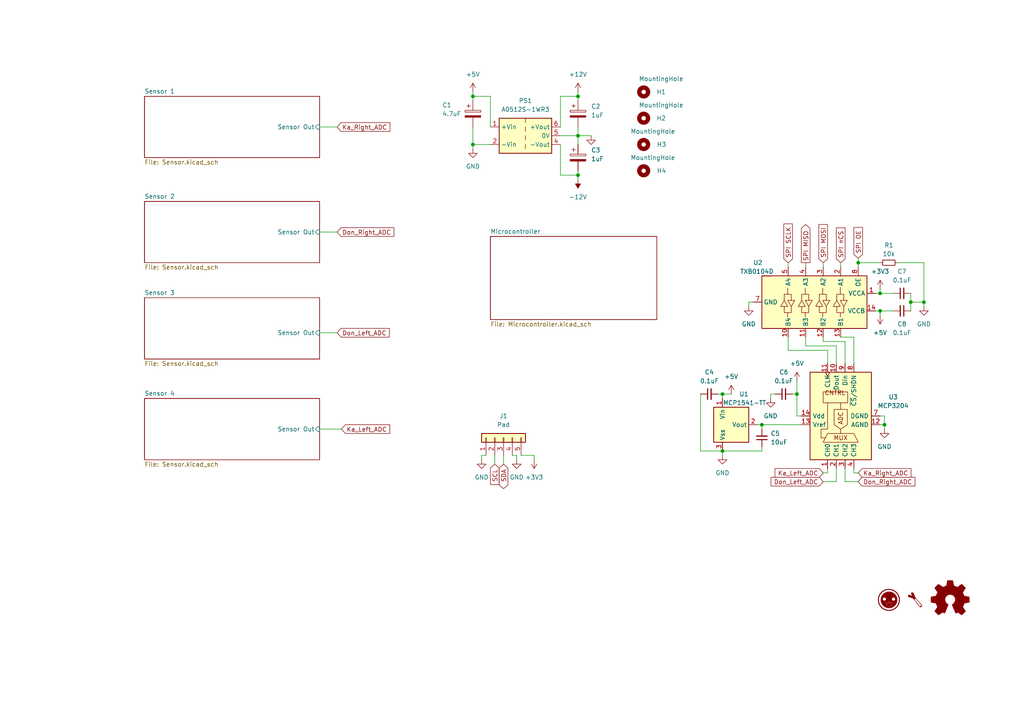
<source format=kicad_sch>
(kicad_sch (version 20231120) (generator "eeschema") (generator_version "8.0")
  (paper "A4")
  (title_block (title "DonCon2040_SMD") (date "2023-07-27") (rev "5_SMD") (company "ravinrabbid/amgibson913"))
  (lib_symbols
    (symbol "Analog_ADC:MCP3204" (pin_names (offset 0.762))
      (property "Reference" "U" (at -5.08 10.795 0))
      (property "Value" "MCP3204" (at -5.08 8.89 0))
      (symbol "MCP3204_0_0"
        (text "ADC" (at -0.635 -1.27 0) (effects (font (size 1.27 1.27))))
        (text "CNTRL" (at 5.969 -2.667 900) (effects (font (size 1.27 1.27)) (justify left bottom)))
        (text "MUX" (at -6.35 -1.27 900) (effects (font (size 1.27 1.27))))
      )
      (symbol "MCP3204_1_1"
        (pin input line (at -15.24 2.54 0) (length 2.54) (name "CH0") (number "1"))
        (pin output line (at 15.24 0 180) (length 2.54) (name "Dout") (number "10"))
        (pin input clock (at 15.24 2.54 180) (length 2.54) (name "CLK") (number "11"))
        (pin power_in line (at -2.54 -12.7 90) (length 2.54) (name "AGND") (number "12"))
        (pin power_in line (at -2.54 10.16 270) (length 2.54) (name "Vref") (number "13"))
        (pin power_in line (at 0 10.16 270) (length 2.54) (name "Vdd") (number "14"))
        (pin input line (at -15.24 0 0) (length 2.54) (name "CH1") (number "2"))
        (pin input line (at -15.24 -2.54 0) (length 2.54) (name "CH2") (number "3"))
        (pin input line (at -15.24 -5.08 0) (length 2.54) (name "CH3") (number "4"))
        (pin no_connect line (at -10.16 -10.16 90) (length 2.54) hide (name "NC") (number "5"))
        (pin no_connect line (at -7.62 -10.16 90) (length 2.54) hide (name "NC") (number "6"))
        (pin power_in line (at 0 -12.7 90) (length 2.54) (name "DGND") (number "7"))
        (pin input line (at 15.24 -5.08 180) (length 2.54) (name "~{CS}/SHDN") (number "8"))
        (pin input line (at 15.24 -2.54 180) (length 2.54) (name "Din") (number "9"))
      )
    )
    (symbol "Connector_Generic:Conn_01x05" (pin_names (offset 1.016) hide)
      (property "Reference" "J" (at 0 7.62 0))
      (property "Value" "Conn_01x05" (at 0 -7.62 0))
      (symbol "Conn_01x05_1_1"
        (pin passive line (at -5.08 5.08 0) (length 3.81) (name "Pin_1") (number "1"))
        (pin passive line (at -5.08 2.54 0) (length 3.81) (name "Pin_2") (number "2"))
        (pin passive line (at -5.08 0 0) (length 3.81) (name "Pin_3") (number "3"))
        (pin passive line (at -5.08 -2.54 0) (length 3.81) (name "Pin_4") (number "4"))
        (pin passive line (at -5.08 -5.08 0) (length 3.81) (name "Pin_5") (number "5"))
      )
    )
    (symbol "Converter_DCDC:IA0512S"
      (property "Reference" "PS" (at -7.62 6.35 0))
      (property "Value" "IA0512S" (at 1.27 6.35 0))
      (symbol "IA0512S_0_0"
        (pin power_in line (at -10.16 2.54 0) (length 2.54) (name "+Vin") (number "1"))
        (pin power_in line (at -10.16 -2.54 0) (length 2.54) (name "-Vin") (number "2"))
        (pin power_out line (at 10.16 -2.54 180) (length 2.54) (name "-Vout") (number "4"))
        (pin power_out line (at 10.16 0 180) (length 2.54) (name "0V") (number "5"))
        (pin power_out line (at 10.16 2.54 180) (length 2.54) (name "+Vout") (number "6"))
      )
    )
    (symbol "CustomLogos:Donchan" (pin_names (offset 1.016)) (in_bom no) (on_board no))
    (symbol "CustomLogos:Leek" (pin_names (offset 1.016)) (in_bom no) (on_board no))
    (symbol "Device:C_Polarized" (pin_numbers hide) (pin_names (offset 0.254))
      (property "Reference" "C" (at 0.635 2.54 0))
      (property "Value" "C_Polarized" (at 0.635 -2.54 0))
      (symbol "C_Polarized_1_1"
        (pin passive line (at 0 3.81 270) (length 2.794) (name "~") (number "1"))
        (pin passive line (at 0 -3.81 90) (length 2.794) (name "~") (number "2"))
      )
    )
    (symbol "Device:C_Small" (pin_numbers hide) (pin_names (offset 0.254) hide)
      (property "Reference" "C" (at 0.254 1.778 0))
      (property "Value" "C_Small" (at 0.254 -2.032 0))
      (symbol "C_Small_1_1"
        (pin passive line (at 0 2.54 270) (length 2.032) (name "~") (number "1"))
        (pin passive line (at 0 -2.54 90) (length 2.032) (name "~") (number "2"))
      )
    )
    (symbol "Device:R_Small" (pin_numbers hide) (pin_names (offset 0.254) hide)
      (property "Reference" "R" (at 0.762 0.508 0))
      (property "Value" "R_Small" (at 0.762 -1.016 0))
      (symbol "R_Small_1_1"
        (pin passive line (at 0 2.54 270) (length 0.762) (name "~") (number "1"))
        (pin passive line (at 0 -2.54 90) (length 0.762) (name "~") (number "2"))
      )
    )
    (symbol "Graphic:Logo_Open_Hardware_Small" (in_bom no) (on_board no))
    (symbol "Logic_LevelTranslator:TXB0104D"
      (property "Reference" "U" (at -6.35 16.51 0))
      (property "Value" "TXB0104D" (at 3.81 16.51 0))
      (symbol "TXB0104D_1_1"
        (pin power_in line (at -2.54 17.78 270) (length 2.54) (name "VCCA") (number "1"))
        (pin bidirectional line (at 10.16 -7.62 180) (length 2.54) (name "B4") (number "10"))
        (pin bidirectional line (at 10.16 -2.54 180) (length 2.54) (name "B3") (number "11"))
        (pin bidirectional line (at 10.16 2.54 180) (length 2.54) (name "B2") (number "12"))
        (pin bidirectional line (at 10.16 7.62 180) (length 2.54) (name "B1") (number "13"))
        (pin power_in line (at 2.54 17.78 270) (length 2.54) (name "VCCB") (number "14"))
        (pin bidirectional line (at -10.16 7.62 0) (length 2.54) (name "A1") (number "2"))
        (pin bidirectional line (at -10.16 2.54 0) (length 2.54) (name "A2") (number "3"))
        (pin bidirectional line (at -10.16 -2.54 0) (length 2.54) (name "A3") (number "4"))
        (pin bidirectional line (at -10.16 -7.62 0) (length 2.54) (name "A4") (number "5"))
        (pin no_connect line (at -7.62 -12.7 0) (length 2.54) hide (name "NC") (number "6"))
        (pin power_in line (at 0 -17.78 90) (length 2.54) (name "GND") (number "7"))
        (pin input line (at -10.16 12.7 0) (length 2.54) (name "OE") (number "8"))
        (pin no_connect line (at 7.62 -12.7 180) (length 2.54) hide (name "NC") (number "9"))
      )
    )
    (symbol "Mechanical:MountingHole" (pin_names (offset 1.016)) (exclude_from_sim yes) (in_bom no)
      (property "Reference" "H" (at 0 5.08 0))
      (property "Value" "MountingHole" (at 0 3.175 0))
    )
    (symbol "Reference_Voltage:MCP1541-TT"
      (property "Reference" "U" (at 1.27 8.255 0))
      (property "Value" "MCP1541-TT" (at 1.27 6.35 0))
      (symbol "MCP1541-TT_1_1"
        (pin power_in line (at 0 7.62 270) (length 2.54) (name "Vin") (number "1"))
        (pin power_out line (at 10.16 0 180) (length 2.54) (name "Vout") (number "2"))
        (pin power_in line (at 0 -7.62 90) (length 2.54) (name "Vss") (number "3"))
      )
    )
    (symbol "power:+12V" (power) (pin_names (offset 0))
      (property "Value" "+12V" (at 0 3.556 0))
      (symbol "+12V_1_1"
        (pin power_in line (at 0 0 90) (length 0) hide (name "+12V") (number "1"))
      )
    )
    (symbol "power:+3V3" (power) (pin_names (offset 0))
      (property "Value" "+3V3" (at 0 3.556 0))
      (symbol "+3V3_1_1"
        (pin power_in line (at 0 0 90) (length 0) hide (name "+3V3") (number "1"))
      )
    )
    (symbol "power:+5V" (power) (pin_names (offset 0))
      (property "Value" "+5V" (at 0 3.556 0))
      (symbol "+5V_1_1"
        (pin power_in line (at 0 0 90) (length 0) hide (name "+5V") (number "1"))
      )
    )
    (symbol "power:-12V" (power) (pin_names (offset 0))
      (property "Value" "-12V" (at 0 3.81 0))
      (symbol "-12V_0_0"
        (pin power_in line (at 0 0 90) (length 0) hide (name "-12V") (number "1"))
      )
    )
    (symbol "power:GND" (power) (pin_names (offset 0))
      (property "Value" "GND" (at 0 -3.81 0))
      (symbol "GND_1_1"
        (pin power_in line (at 0 0 270) (length 0) hide (name "GND") (number "1"))
      )
    )
  )
  (junction (at 209.55 130.81))
  (junction (at 167.64 50.8))
  (junction (at 256.54 123.19))
  (junction (at 255.27 90.17))
  (junction (at 137.16 41.91))
  (junction (at 264.16 87.63))
  (junction (at 255.27 85.09))
  (junction (at 167.64 39.37))
  (junction (at 248.92 76.2))
  (junction (at 137.16 27.94))
  (junction (at 267.97 87.63))
  (junction (at 209.55 114.3))
  (junction (at 220.98 123.19))
  (junction (at 167.64 27.94))
  (junction (at 231.14 114.3))
  (wire (pts (xy 254 85.09) (xy 255.27 85.09)))
  (wire (pts (xy 162.56 39.37) (xy 167.64 39.37)))
  (wire (pts (xy 238.76 139.7) (xy 242.57 139.7)))
  (wire (pts (xy 245.11 99.06) (xy 245.11 105.41)))
  (wire (pts (xy 224.79 114.3) (xy 223.52 114.3)))
  (wire (pts (xy 254 90.17) (xy 255.27 90.17)))
  (wire (pts (xy 167.64 27.94) (xy 167.64 29.21)))
  (wire (pts (xy 231.14 114.3) (xy 231.14 120.65)))
  (wire (pts (xy 243.84 97.79) (xy 247.65 97.79)))
  (wire (pts (xy 162.56 41.91) (xy 162.56 50.8)))
  (wire (pts (xy 264.16 87.63) (xy 264.16 90.17)))
  (wire (pts (xy 162.56 27.94) (xy 167.64 27.94)))
  (wire (pts (xy 167.64 39.37) (xy 171.45 39.37)))
  (wire (pts (xy 209.55 114.3) (xy 209.55 115.57)))
  (wire (pts (xy 137.16 26.67) (xy 137.16 27.94)))
  (wire (pts (xy 137.16 27.94) (xy 142.24 27.94)))
  (wire (pts (xy 248.92 74.93) (xy 248.92 76.2)))
  (wire (pts (xy 143.51 132.08) (xy 143.51 134.62)))
  (wire (pts (xy 209.55 130.81) (xy 220.98 130.81)))
  (wire (pts (xy 219.71 123.19) (xy 220.98 123.19)))
  (wire (pts (xy 220.98 123.19) (xy 232.41 123.19)))
  (wire (pts (xy 267.97 76.2) (xy 267.97 87.63)))
  (wire (pts (xy 240.03 137.16) (xy 240.03 135.89)))
  (wire (pts (xy 245.11 135.89) (xy 245.11 139.7)))
  (wire (pts (xy 228.6 101.6) (xy 240.03 101.6)))
  (wire (pts (xy 233.68 100.33) (xy 242.57 100.33)))
  (wire (pts (xy 137.16 41.91) (xy 142.24 41.91)))
  (wire (pts (xy 247.65 97.79) (xy 247.65 105.41)))
  (wire (pts (xy 233.68 97.79) (xy 233.68 100.33)))
  (wire (pts (xy 255.27 90.17) (xy 259.08 90.17)))
  (wire (pts (xy 137.16 36.83) (xy 137.16 41.91)))
  (wire (pts (xy 154.94 132.08) (xy 151.13 132.08)))
  (wire (pts (xy 223.52 114.3) (xy 223.52 115.57)))
  (wire (pts (xy 256.54 123.19) (xy 256.54 124.46)))
  (wire (pts (xy 97.79 36.83) (xy 92.71 36.83)))
  (wire (pts (xy 247.65 137.16) (xy 247.65 135.89)))
  (wire (pts (xy 260.35 76.2) (xy 267.97 76.2)))
  (wire (pts (xy 233.68 76.2) (xy 233.68 77.47)))
  (wire (pts (xy 255.27 120.65) (xy 256.54 120.65)))
  (wire (pts (xy 220.98 129.54) (xy 220.98 130.81)))
  (wire (pts (xy 142.24 27.94) (xy 142.24 36.83)))
  (wire (pts (xy 162.56 36.83) (xy 162.56 27.94)))
  (wire (pts (xy 154.94 132.08) (xy 154.94 133.35)))
  (wire (pts (xy 97.79 67.31) (xy 92.71 67.31)))
  (wire (pts (xy 148.59 132.08) (xy 149.86 132.08)))
  (wire (pts (xy 149.86 132.08) (xy 149.86 133.35)))
  (wire (pts (xy 203.2 114.3) (xy 203.2 130.81)))
  (wire (pts (xy 238.76 97.79) (xy 238.76 99.06)))
  (wire (pts (xy 242.57 100.33) (xy 242.57 105.41)))
  (wire (pts (xy 203.2 130.81) (xy 209.55 130.81)))
  (wire (pts (xy 245.11 139.7) (xy 248.92 139.7)))
  (wire (pts (xy 212.09 114.3) (xy 209.55 114.3)))
  (wire (pts (xy 167.64 39.37) (xy 167.64 41.91)))
  (wire (pts (xy 238.76 99.06) (xy 245.11 99.06)))
  (wire (pts (xy 255.27 90.17) (xy 255.27 91.44)))
  (wire (pts (xy 255.27 85.09) (xy 259.08 85.09)))
  (wire (pts (xy 240.03 101.6) (xy 240.03 105.41)))
  (wire (pts (xy 255.27 83.82) (xy 255.27 85.09)))
  (wire (pts (xy 228.6 97.79) (xy 228.6 101.6)))
  (wire (pts (xy 167.64 50.8) (xy 167.64 52.07)))
  (wire (pts (xy 248.92 76.2) (xy 248.92 77.47)))
  (wire (pts (xy 209.55 130.81) (xy 209.55 132.08)))
  (wire (pts (xy 228.6 76.2) (xy 228.6 77.47)))
  (wire (pts (xy 139.7 132.08) (xy 139.7 133.35)))
  (wire (pts (xy 208.28 114.3) (xy 209.55 114.3)))
  (wire (pts (xy 242.57 139.7) (xy 242.57 135.89)))
  (wire (pts (xy 146.05 132.08) (xy 146.05 134.62)))
  (wire (pts (xy 167.64 26.67) (xy 167.64 27.94)))
  (wire (pts (xy 140.97 132.08) (xy 139.7 132.08)))
  (wire (pts (xy 255.27 123.19) (xy 256.54 123.19)))
  (wire (pts (xy 97.79 96.52) (xy 92.71 96.52)))
  (wire (pts (xy 137.16 43.18) (xy 137.16 41.91)))
  (wire (pts (xy 231.14 120.65) (xy 232.41 120.65)))
  (wire (pts (xy 267.97 87.63) (xy 264.16 87.63)))
  (wire (pts (xy 217.17 87.63) (xy 218.44 87.63)))
  (wire (pts (xy 243.84 76.2) (xy 243.84 77.47)))
  (wire (pts (xy 264.16 85.09) (xy 264.16 87.63)))
  (wire (pts (xy 229.87 114.3) (xy 231.14 114.3)))
  (wire (pts (xy 238.76 76.2) (xy 238.76 77.47)))
  (wire (pts (xy 167.64 50.8) (xy 167.64 49.53)))
  (wire (pts (xy 99.06 124.46) (xy 92.71 124.46)))
  (wire (pts (xy 267.97 88.9) (xy 267.97 87.63)))
  (wire (pts (xy 162.56 50.8) (xy 167.64 50.8)))
  (wire (pts (xy 256.54 120.65) (xy 256.54 123.19)))
  (wire (pts (xy 231.14 110.49) (xy 231.14 114.3)))
  (wire (pts (xy 137.16 27.94) (xy 137.16 29.21)))
  (wire (pts (xy 220.98 123.19) (xy 220.98 124.46)))
  (wire (pts (xy 217.17 87.63) (xy 217.17 88.9)))
  (wire (pts (xy 240.03 137.16) (xy 238.76 137.16)))
  (wire (pts (xy 167.64 36.83) (xy 167.64 39.37)))
  (wire (pts (xy 248.92 76.2) (xy 255.27 76.2)))
  (wire (pts (xy 247.65 137.16) (xy 248.92 137.16)))
  (global_label "Ka_Right_ADC" (shape input) (at 248.92 137.16 0) (property "Intersheetrefs" "${INTERSHEET_REFS}" (effects (hide yes))))
  (global_label "Don_Right_ADC" (shape input) (at 248.92 139.7 0) (property "Intersheetrefs" "${INTERSHEET_REFS}" (effects (hide yes))))
  (global_label "Ka_Left_ADC" (shape input) (at 99.06 124.46 0) (property "Intersheetrefs" "${INTERSHEET_REFS}" (effects (hide yes))))
  (global_label "SPI nCS" (shape input) (at 243.84 76.2 90) (property "Intersheetrefs" "${INTERSHEET_REFS}" (effects (hide yes))))
  (global_label "SPI OE" (shape input) (at 248.92 74.93 90) (property "Intersheetrefs" "${INTERSHEET_REFS}" (effects (hide yes))))
  (global_label "Don_Left_ADC" (shape input) (at 238.76 139.7 180) (property "Intersheetrefs" "${INTERSHEET_REFS}" (effects (hide yes))))
  (global_label "SPI MOSI" (shape input) (at 238.76 76.2 90) (property "Intersheetrefs" "${INTERSHEET_REFS}" (effects (hide yes))))
  (global_label "Don_Left_ADC" (shape input) (at 97.79 96.52 0) (property "Intersheetrefs" "${INTERSHEET_REFS}" (effects (hide yes))))
  (global_label "SPI MISO" (shape output) (at 233.68 76.2 90) (property "Intersheetrefs" "${INTERSHEET_REFS}" (effects (hide yes))))
  (global_label "Ka_Left_ADC" (shape input) (at 238.76 137.16 180) (property "Intersheetrefs" "${INTERSHEET_REFS}" (effects (hide yes))))
  (global_label "Ka_Right_ADC" (shape input) (at 97.79 36.83 0) (property "Intersheetrefs" "${INTERSHEET_REFS}" (effects (hide yes))))
  (global_label "SDA" (shape bidirectional) (at 146.05 134.62 270) (property "Intersheetrefs" "${INTERSHEET_REFS}" (effects (hide yes))))
  (global_label "SPI SCLK" (shape input) (at 228.6 76.2 90) (property "Intersheetrefs" "${INTERSHEET_REFS}" (effects (hide yes))))
  (global_label "SCL" (shape input) (at 143.51 134.62 270) (property "Intersheetrefs" "${INTERSHEET_REFS}" (effects (hide yes))))
  (global_label "Don_Right_ADC" (shape input) (at 97.79 67.31 0) (property "Intersheetrefs" "${INTERSHEET_REFS}" (effects (hide yes))))
  (symbol (lib_id "power:GND") (at 223.52 115.57 0) (unit 1)
    (property "Reference" "#PWR013" (effects (hide yes)))
    (property "Value" "GND" (at 223.52 120.65 0))
  )
  (symbol (lib_id "Mechanical:MountingHole") (at 186.69 34.29 270) (unit 1) (exclude_from_sim yes) (in_bom no)
    (property "Reference" "H2" (at 191.77 34.29 90))
    (property "Value" "MountingHole" (at 191.77 30.48 90))
    (property "Footprint" "MountingHole:MountingHole_3.2mm_M3" (effects (hide yes)))
    (property "Description" "Mounting Hole without connection" (effects (hide yes)))
  )
  (symbol (lib_id "power:GND") (at 137.16 43.18 0) (unit 1)
    (property "Reference" "#PWR02" (effects (hide yes)))
    (property "Value" "GND" (at 137.16 48.26 0))
  )
  (symbol (lib_id "CustomLogos:Leek") (at 265.43 173.99 0) (unit 1) (exclude_from_sim yes) (in_bom no) (on_board no)
    (property "Reference" "#SYM2" (effects (hide yes)))
    (property "Value" "Leek" (effects (hide yes)))
  )
  (symbol (lib_id "power:+3V3") (at 154.94 133.35 180) (unit 1)
    (property "Reference" "#PWR05" (effects (hide yes)))
    (property "Value" "+3V3" (at 154.94 138.43 0))
  )
  (symbol (lib_id "power:+5V") (at 137.16 26.67 0) (unit 1)
    (property "Reference" "#PWR01" (effects (hide yes)))
    (property "Value" "+5V" (at 137.16 21.59 0))
  )
  (symbol (lib_id "Converter_DCDC:IA0512S") (at 152.4 39.37 0) (unit 1)
    (property "Reference" "PS1" (at 152.4 29.21 0))
    (property "Value" "A0512S-1WR3" (at 152.4 31.75 0))
    (property "Footprint" "Converter_DCDC:Converter_DCDC_XP_POWER-IAxxxxS_THT" (effects (hide yes)))
    (property "Datasheet" "https://www.xppower.com/pdfs/SF_IA.pdf" (effects (hide yes)))
  )
  (symbol (lib_id "Device:C_Small") (at 261.62 90.17 270) (unit 1)
    (property "Reference" "C8" (at 261.62 93.98 90))
    (property "Value" "0.1uF" (at 261.62 96.52 90))
    (property "Footprint" "Capacitor_SMD:C_0603_1608Metric" (effects (hide yes)))
    (property "Description" "Unpolarized capacitor, small symbol" (effects (hide yes)))
  )
  (symbol (lib_id "power:GND") (at 209.55 132.08 0) (unit 1)
    (property "Reference" "#PWR010" (effects (hide yes)))
    (property "Value" "GND" (at 209.55 137.16 0))
  )
  (symbol (lib_id "Device:C_Polarized") (at 167.64 45.72 0) (unit 1)
    (property "Reference" "C3" (at 171.45 43.561 0) (effects (justify left)))
    (property "Value" "1uF" (at 171.45 46.101 0) (effects (justify left)))
    (property "Footprint" "Capacitor_SMD:C_0603_1608Metric" (effects (hide yes)))
  )
  (symbol (lib_id "Device:C_Polarized") (at 137.16 33.02 0) (unit 1)
    (property "Reference" "C1" (at 128.27 30.48 0) (effects (justify left)))
    (property "Value" "4.7uF" (at 128.27 33.02 0) (effects (justify left)))
    (property "Footprint" "Capacitor_SMD:C_0603_1608Metric" (effects (hide yes)))
  )
  (symbol (lib_id "Mechanical:MountingHole") (at 186.69 49.53 270) (unit 1) (exclude_from_sim yes) (in_bom no)
    (property "Reference" "H4" (at 190.5 49.53 90) (effects (justify left)))
    (property "Value" "MountingHole" (at 182.88 45.72 90) (effects (justify left)))
    (property "Footprint" "MountingHole:MountingHole_3.2mm_M3" (effects (hide yes)))
    (property "Description" "Mounting Hole without connection" (effects (hide yes)))
  )
  (symbol (lib_id "Device:C_Small") (at 261.62 85.09 90) (unit 1)
    (property "Reference" "C7" (at 261.6263 78.74 90))
    (property "Value" "0.1uF" (at 261.6263 81.28 90))
    (property "Footprint" "Capacitor_SMD:C_0603_1608Metric" (effects (hide yes)))
    (property "Description" "Unpolarized capacitor, small symbol" (effects (hide yes)))
  )
  (symbol (lib_id "power:GND") (at 256.54 124.46 0) (unit 1)
    (property "Reference" "#PWR017" (effects (hide yes)))
    (property "Value" "GND" (at 256.54 129.54 0))
  )
  (symbol (lib_id "power:+5V") (at 231.14 110.49 0) (unit 1)
    (property "Reference" "#PWR014" (effects (hide yes)))
    (property "Value" "+5V" (at 231.14 105.41 0))
  )
  (symbol (lib_id "power:GND") (at 267.97 88.9 0) (unit 1)
    (property "Reference" "#PWR018" (effects (hide yes)))
    (property "Value" "GND" (at 267.97 93.98 0))
  )
  (symbol (lib_id "power:+3V3") (at 255.27 83.82 0) (unit 1)
    (property "Reference" "#PWR015" (effects (hide yes)))
    (property "Value" "+3V3" (at 255.27 78.74 0))
  )
  (symbol (lib_id "power:GND") (at 149.86 133.35 0) (unit 1)
    (property "Reference" "#PWR04" (effects (hide yes)))
    (property "Value" "GND" (at 149.86 138.43 0))
  )
  (symbol (lib_id "CustomLogos:Donchan") (at 257.81 173.99 0) (unit 1) (exclude_from_sim yes) (in_bom no) (on_board no)
    (property "Reference" "#SYM1" (effects (hide yes)))
    (property "Value" "Donchan" (effects (hide yes)))
    (property "Footprint" "CustomLogos:Donchan-Logo_6.3mm_Silkscreen" (effects (hide yes)))
  )
  (symbol (lib_id "Device:R_Small") (at 257.81 76.2 90) (unit 1)
    (property "Reference" "R1" (at 257.81 71.12 90))
    (property "Value" "10k" (at 257.81 73.66 90))
    (property "Footprint" "Resistor_SMD:R_0402_1005Metric" (effects (hide yes)))
    (property "Description" "Resistor, small symbol" (effects (hide yes)))
  )
  (symbol (lib_id "Connector_Generic:Conn_01x05") (at 146.05 127 90) (unit 1)
    (property "Reference" "J1" (at 146.05 120.65 90))
    (property "Value" "Pad" (at 146.05 123.19 90))
    (property "Footprint" "Connector_JST:JST_PH_S5B-PH-K_1x05_P2.00mm_Horizontal" (effects (hide yes)))
  )
  (symbol (lib_id "Logic_LevelTranslator:TXB0104D") (at 236.22 87.63 270) (unit 1)
    (property "Reference" "U2" (at 218.44 76.2 90) (effects (justify left)))
    (property "Value" "TXB0104D" (at 214.63 78.74 90) (effects (justify left)))
    (property "Footprint" "Package_SO:SOIC-14_3.9x8.7mm_P1.27mm" (effects (hide yes)))
    (property "Datasheet" "http://www.ti.com/lit/ds/symlink/txb0104.pdf" (effects (hide yes)))
    (property "Description" "4-Bit Bidirectional Voltage-Level Translator, Auto Direction Sensing and ±15-kV ESD Protection, 1.2 - 3.6V APort, 1.65 - 5.5V BPort, SOIC-14" (effects (hide yes)))
  )
  (symbol (lib_id "Mechanical:MountingHole") (at 186.69 26.67 270) (unit 1) (exclude_from_sim yes) (in_bom no)
    (property "Reference" "H1" (at 191.77 26.67 90))
    (property "Value" "MountingHole" (at 191.77 22.86 90))
    (property "Footprint" "MountingHole:MountingHole_3.2mm_M3" (effects (hide yes)))
    (property "Description" "Mounting Hole without connection" (effects (hide yes)))
  )
  (symbol (lib_id "power:+5V") (at 255.27 91.44 0) (mirror x) (unit 1)
    (property "Reference" "#PWR016" (effects (hide yes)))
    (property "Value" "+5V" (at 255.27 96.52 0))
  )
  (symbol (lib_id "Device:C_Small") (at 220.98 127 180) (unit 1)
    (property "Reference" "C5" (at 223.52 125.7236 0) (effects (justify right)))
    (property "Value" "10uF" (at 223.52 128.2636 0) (effects (justify right)))
    (property "Footprint" "Capacitor_SMD:C_0603_1608Metric" (effects (hide yes)))
    (property "Description" "Unpolarized capacitor, small symbol" (effects (hide yes)))
  )
  (symbol (lib_id "Device:C_Small") (at 205.74 114.3 90) (unit 1)
    (property "Reference" "C4" (at 205.7463 107.95 90))
    (property "Value" "0.1uF" (at 205.7463 110.49 90))
    (property "Footprint" "Capacitor_SMD:C_0603_1608Metric" (effects (hide yes)))
    (property "Description" "Unpolarized capacitor, small symbol" (effects (hide yes)))
  )
  (symbol (lib_id "Device:C_Polarized") (at 167.64 33.02 0) (unit 1)
    (property "Reference" "C2" (at 171.45 30.861 0) (effects (justify left)))
    (property "Value" "1uF" (at 171.45 33.401 0) (effects (justify left)))
    (property "Footprint" "Capacitor_SMD:C_0603_1608Metric" (effects (hide yes)))
  )
  (symbol (lib_id "Graphic:Logo_Open_Hardware_Small") (at 275.59 173.99 0) (unit 1) (exclude_from_sim yes) (in_bom no) (on_board no)
    (property "Reference" "#SYM3" (effects (hide yes)))
    (property "Value" "Logo_Open_Hardware_Small" (effects (hide yes)))
    (property "Footprint" "Symbol:OSHW-Logo2_7.3x6mm_SilkScreen" (effects (hide yes)))
  )
  (symbol (lib_id "Analog_ADC:MCP3204") (at 242.57 120.65 90) (unit 1)
    (property "Reference" "U3" (at 259.08 115.1539 90))
    (property "Value" "MCP3204" (at 259.08 117.6939 90))
    (property "Footprint" "Package_SO:SOIC-14_3.9x8.7mm_P1.27mm" (effects (hide yes)))
    (property "Datasheet" "http://ww1.microchip.com/downloads/en/DeviceDoc/21298c.pdf" (effects (hide yes)))
    (property "Description" "A/D Converter, 12-Bit, 4-Channel, SPI Interface, 2.7V-5.5V" (effects (hide yes)))
  )
  (symbol (lib_id "power:GND") (at 171.45 39.37 0) (unit 1)
    (property "Reference" "#PWR08" (effects (hide yes)))
    (property "Value" "GND" (effects (hide yes)))
  )
  (symbol (lib_id "Device:C_Small") (at 227.33 114.3 90) (unit 1)
    (property "Reference" "C6" (at 227.3363 107.95 90))
    (property "Value" "0.1uF" (at 227.3363 110.49 90))
    (property "Footprint" "Capacitor_SMD:C_0603_1608Metric" (effects (hide yes)))
    (property "Description" "Unpolarized capacitor, small symbol" (effects (hide yes)))
  )
  (symbol (lib_id "power:+5V") (at 212.09 114.3 0) (unit 1)
    (property "Reference" "#PWR011" (effects (hide yes)))
    (property "Value" "+5V" (at 212.09 109.22 0))
  )
  (symbol (lib_id "power:GND") (at 217.17 88.9 0) (unit 1)
    (property "Reference" "#PWR012" (effects (hide yes)))
    (property "Value" "GND" (at 217.17 93.98 0))
  )
  (symbol (lib_id "power:GND") (at 139.7 133.35 0) (unit 1)
    (property "Reference" "#PWR03" (effects (hide yes)))
    (property "Value" "GND" (at 139.7 138.43 0))
  )
  (symbol (lib_id "power:-12V") (at 167.64 52.07 180) (unit 1)
    (property "Reference" "#PWR07" (effects (hide yes)))
    (property "Value" "-12V" (at 167.64 57.15 0))
  )
  (symbol (lib_id "Mechanical:MountingHole") (at 186.69 41.91 270) (unit 1) (exclude_from_sim yes) (in_bom no)
    (property "Reference" "H3" (at 190.5 41.91 90) (effects (justify left)))
    (property "Value" "MountingHole" (at 182.88 38.1 90) (effects (justify left)))
    (property "Footprint" "MountingHole:MountingHole_3.2mm_M3" (effects (hide yes)))
    (property "Description" "Mounting Hole without connection" (effects (hide yes)))
  )
  (symbol (lib_id "Reference_Voltage:MCP1541-TT") (at 209.55 123.19 0) (unit 1)
    (property "Reference" "U1" (at 217.17 114.3 0) (effects (justify right)))
    (property "Value" "MCP1541-TT" (at 222.25 116.84 0) (effects (justify right)))
    (property "Footprint" "Package_TO_SOT_SMD:SOT-23" (effects (hide yes)))
    (property "Datasheet" "http://ww1.microchip.com/downloads/en/devicedoc/21653b.pdf" (effects (hide yes)))
    (property "Description" "4.096V Voltage Reference, SOT-23" (effects (hide yes)))
  )
  (symbol (lib_id "power:+12V") (at 167.64 26.67 0) (unit 1)
    (property "Reference" "#PWR06" (effects (hide yes)))
    (property "Value" "+12V" (at 167.64 21.59 0))
  )
  (sheet (at 41.91 115.57) (size 50.8 17.78) (stroke (width 0.1524))
    (property "Sheetname" "Sensor 4" (at 41.91 114.8584 0) (effects (justify left bottom)))
    (property "Sheetfile" "Sensor.kicad_sch" (at 41.91 133.9346 0) (effects (justify left top)))
    (pin "Sensor Out" input (at 92.71 124.46 0))
  )
  (sheet (at 41.91 86.36) (size 50.8 17.78) (stroke (width 0.1524))
    (property "Sheetname" "Sensor 3" (at 41.91 85.6484 0) (effects (justify left bottom)))
    (property "Sheetfile" "Sensor.kicad_sch" (at 41.91 104.7246 0) (effects (justify left top)))
    (pin "Sensor Out" input (at 92.71 96.52 0))
  )
  (sheet (at 41.91 58.42) (size 50.8 17.78) (stroke (width 0.1524))
    (property "Sheetname" "Sensor 2" (at 41.91 57.7084 0) (effects (justify left bottom)))
    (property "Sheetfile" "Sensor.kicad_sch" (at 41.91 76.7846 0) (effects (justify left top)))
    (pin "Sensor Out" input (at 92.71 67.31 0))
  )
  (sheet (at 142.24 68.58) (size 48.26 24.13) (stroke (width 0.1524))
    (property "Sheetname" "Microcontroller" (at 142.24 67.8684 0) (effects (justify left bottom)))
    (property "Sheetfile" "Microcontroller.kicad_sch" (at 142.24 93.2946 0) (effects (justify left top)))
  )
  (sheet (at 41.91 27.94) (size 50.8 17.78) (stroke (width 0.1524))
    (property "Sheetname" "Sensor 1" (at 41.91 27.2284 0) (effects (justify left bottom)))
    (property "Sheetfile" "Sensor.kicad_sch" (at 41.91 46.3046 0) (effects (justify left top)))
    (pin "Sensor Out" input (at 92.71 36.83 0))
  )
)
</source>
